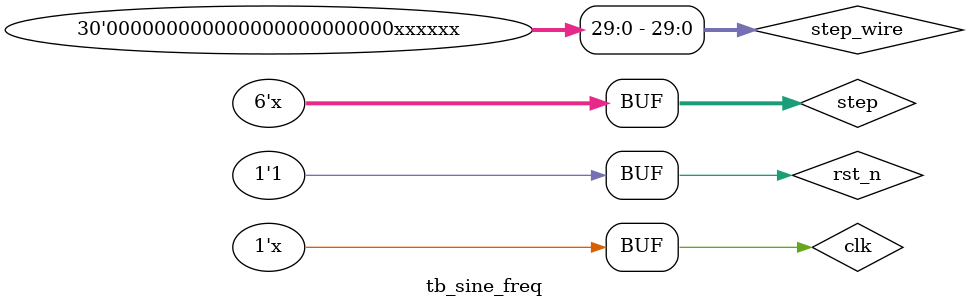
<source format=v>
module tb_sine_freq (
);

reg clk;
reg rst_n;

reg [5:0]step;

initial begin
    clk = 1'b0;
    rst_n = 1'b0;
    step = 6'b0;
    #1000
    rst_n = 1'b1;
end

always #20 clk = ~clk;

always #2000 step <= step + 1'b1;

wire [31:0]sine_wav;
// wire [31:0]sine_wav2;

wire [30:0] step_wire;
assign step_wire[29:6] = 24'b0;
assign step_wire[5:0] = step;

defparam sine_gen_inst.ADDR_WIDTH = 12;
defparam sine_gen_inst.DATA_WIDTH = 32;
defparam sine_gen_inst.INIT_ADDR = 12'h000;
defparam sine_gen_inst.FILE_PATH = "E:/Workspace/CurriculumDesign202304/FPGA_QAM_Modulation/sine_data.mif";
sine_gen sine_gen_inst
(
    .clk(clk),
    .rst_n(rst_n),
    .step(step_wire),
    .sine_wav(sine_wav)
);

endmodule
</source>
